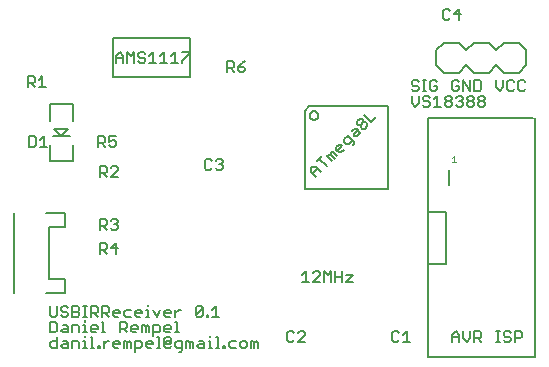
<source format=gto>
G75*
%MOIN*%
%OFA0B0*%
%FSLAX25Y25*%
%IPPOS*%
%LPD*%
%AMOC8*
5,1,8,0,0,1.08239X$1,22.5*
%
%ADD10C,0.00500*%
%ADD11C,0.00200*%
%ADD12C,0.00800*%
%ADD13C,0.00600*%
D10*
X0021750Y0009834D02*
X0021750Y0011001D01*
X0022334Y0011585D01*
X0024085Y0011585D01*
X0024085Y0012753D02*
X0024085Y0009250D01*
X0022334Y0009250D01*
X0021750Y0009834D01*
X0025433Y0009834D02*
X0026017Y0010418D01*
X0027768Y0010418D01*
X0027768Y0011001D02*
X0027768Y0009250D01*
X0026017Y0009250D01*
X0025433Y0009834D01*
X0027185Y0011585D02*
X0027768Y0011001D01*
X0027185Y0011585D02*
X0026017Y0011585D01*
X0029116Y0011585D02*
X0030868Y0011585D01*
X0031452Y0011001D01*
X0031452Y0009250D01*
X0032799Y0009250D02*
X0033967Y0009250D01*
X0033383Y0009250D02*
X0033383Y0011585D01*
X0032799Y0011585D01*
X0033383Y0012753D02*
X0033383Y0013337D01*
X0033383Y0014450D02*
X0033383Y0016785D01*
X0032799Y0016785D01*
X0033383Y0017953D02*
X0033383Y0018537D01*
X0033383Y0019650D02*
X0033383Y0023153D01*
X0032799Y0023153D02*
X0033967Y0023153D01*
X0035255Y0023153D02*
X0037006Y0023153D01*
X0037590Y0022569D01*
X0037590Y0021401D01*
X0037006Y0020818D01*
X0035255Y0020818D01*
X0036423Y0020818D02*
X0037590Y0019650D01*
X0038938Y0019650D02*
X0038938Y0023153D01*
X0040689Y0023153D01*
X0041273Y0022569D01*
X0041273Y0021401D01*
X0040689Y0020818D01*
X0038938Y0020818D01*
X0040106Y0020818D02*
X0041273Y0019650D01*
X0042621Y0020234D02*
X0042621Y0021401D01*
X0043205Y0021985D01*
X0044373Y0021985D01*
X0044956Y0021401D01*
X0044956Y0020818D01*
X0042621Y0020818D01*
X0042621Y0020234D02*
X0043205Y0019650D01*
X0044373Y0019650D01*
X0045077Y0017953D02*
X0046828Y0017953D01*
X0047412Y0017369D01*
X0047412Y0016201D01*
X0046828Y0015618D01*
X0045077Y0015618D01*
X0046244Y0015618D02*
X0047412Y0014450D01*
X0048760Y0015034D02*
X0048760Y0016201D01*
X0049344Y0016785D01*
X0050511Y0016785D01*
X0051095Y0016201D01*
X0051095Y0015618D01*
X0048760Y0015618D01*
X0048760Y0015034D02*
X0049344Y0014450D01*
X0050511Y0014450D01*
X0052443Y0014450D02*
X0052443Y0016785D01*
X0053027Y0016785D01*
X0053611Y0016201D01*
X0054194Y0016785D01*
X0054778Y0016201D01*
X0054778Y0014450D01*
X0053611Y0014450D02*
X0053611Y0016201D01*
X0056126Y0016785D02*
X0056126Y0013282D01*
X0056126Y0014450D02*
X0057877Y0014450D01*
X0058461Y0015034D01*
X0058461Y0016201D01*
X0057877Y0016785D01*
X0056126Y0016785D01*
X0057294Y0019650D02*
X0058461Y0021985D01*
X0059809Y0021401D02*
X0060393Y0021985D01*
X0061561Y0021985D01*
X0062144Y0021401D01*
X0062144Y0020818D01*
X0059809Y0020818D01*
X0059809Y0021401D02*
X0059809Y0020234D01*
X0060393Y0019650D01*
X0061561Y0019650D01*
X0063492Y0019650D02*
X0063492Y0021985D01*
X0063492Y0020818D02*
X0064660Y0021985D01*
X0065244Y0021985D01*
X0064076Y0017953D02*
X0063492Y0017953D01*
X0064076Y0017953D02*
X0064076Y0014450D01*
X0063492Y0014450D02*
X0064660Y0014450D01*
X0062144Y0015618D02*
X0059809Y0015618D01*
X0059809Y0016201D02*
X0060393Y0016785D01*
X0061561Y0016785D01*
X0062144Y0016201D01*
X0062144Y0015618D01*
X0061561Y0014450D02*
X0060393Y0014450D01*
X0059809Y0015034D01*
X0059809Y0016201D01*
X0060393Y0012753D02*
X0061561Y0012753D01*
X0062144Y0012169D01*
X0062144Y0011001D01*
X0061561Y0010418D01*
X0061561Y0011585D01*
X0060393Y0011585D01*
X0060393Y0010418D01*
X0061561Y0010418D01*
X0062144Y0009834D02*
X0061561Y0009250D01*
X0060393Y0009250D01*
X0059809Y0009834D01*
X0059809Y0012169D01*
X0060393Y0012753D01*
X0057938Y0012753D02*
X0057938Y0009250D01*
X0058521Y0009250D02*
X0057354Y0009250D01*
X0056006Y0010418D02*
X0053671Y0010418D01*
X0053671Y0011001D02*
X0054254Y0011585D01*
X0055422Y0011585D01*
X0056006Y0011001D01*
X0056006Y0010418D01*
X0055422Y0009250D02*
X0054254Y0009250D01*
X0053671Y0009834D01*
X0053671Y0011001D01*
X0052323Y0011001D02*
X0052323Y0009834D01*
X0051739Y0009250D01*
X0049987Y0009250D01*
X0049987Y0008082D02*
X0049987Y0011585D01*
X0051739Y0011585D01*
X0052323Y0011001D01*
X0048640Y0011001D02*
X0048640Y0009250D01*
X0047472Y0009250D02*
X0047472Y0011001D01*
X0048056Y0011585D01*
X0048640Y0011001D01*
X0047472Y0011001D02*
X0046888Y0011585D01*
X0046304Y0011585D01*
X0046304Y0009250D01*
X0044956Y0010418D02*
X0042621Y0010418D01*
X0042621Y0011001D02*
X0043205Y0011585D01*
X0044373Y0011585D01*
X0044956Y0011001D01*
X0044956Y0010418D01*
X0044373Y0009250D02*
X0043205Y0009250D01*
X0042621Y0009834D01*
X0042621Y0011001D01*
X0041303Y0011585D02*
X0040720Y0011585D01*
X0039552Y0010418D01*
X0039552Y0011585D02*
X0039552Y0009250D01*
X0038294Y0009250D02*
X0037710Y0009250D01*
X0037710Y0009834D01*
X0038294Y0009834D01*
X0038294Y0009250D01*
X0036423Y0009250D02*
X0035255Y0009250D01*
X0035839Y0009250D02*
X0035839Y0012753D01*
X0035255Y0012753D01*
X0035839Y0014450D02*
X0035255Y0015034D01*
X0035255Y0016201D01*
X0035839Y0016785D01*
X0037006Y0016785D01*
X0037590Y0016201D01*
X0037590Y0015618D01*
X0035255Y0015618D01*
X0035839Y0014450D02*
X0037006Y0014450D01*
X0038938Y0014450D02*
X0040106Y0014450D01*
X0039522Y0014450D02*
X0039522Y0017953D01*
X0038938Y0017953D01*
X0035255Y0019650D02*
X0035255Y0023153D01*
X0031452Y0022569D02*
X0031452Y0021985D01*
X0030868Y0021401D01*
X0029116Y0021401D01*
X0027768Y0020818D02*
X0027768Y0020234D01*
X0027185Y0019650D01*
X0026017Y0019650D01*
X0025433Y0020234D01*
X0026017Y0021401D02*
X0027185Y0021401D01*
X0027768Y0020818D01*
X0027768Y0022569D02*
X0027185Y0023153D01*
X0026017Y0023153D01*
X0025433Y0022569D01*
X0025433Y0021985D01*
X0026017Y0021401D01*
X0024085Y0020234D02*
X0024085Y0023153D01*
X0021750Y0023153D02*
X0021750Y0020234D01*
X0022334Y0019650D01*
X0023501Y0019650D01*
X0024085Y0020234D01*
X0023501Y0017953D02*
X0021750Y0017953D01*
X0021750Y0014450D01*
X0023501Y0014450D01*
X0024085Y0015034D01*
X0024085Y0017369D01*
X0023501Y0017953D01*
X0026017Y0016785D02*
X0027185Y0016785D01*
X0027768Y0016201D01*
X0027768Y0014450D01*
X0026017Y0014450D01*
X0025433Y0015034D01*
X0026017Y0015618D01*
X0027768Y0015618D01*
X0029116Y0016785D02*
X0029116Y0014450D01*
X0031452Y0014450D02*
X0031452Y0016201D01*
X0030868Y0016785D01*
X0029116Y0016785D01*
X0029116Y0019650D02*
X0030868Y0019650D01*
X0031452Y0020234D01*
X0031452Y0020818D01*
X0030868Y0021401D01*
X0031452Y0022569D02*
X0030868Y0023153D01*
X0029116Y0023153D01*
X0029116Y0019650D01*
X0032799Y0019650D02*
X0033967Y0019650D01*
X0033967Y0014450D02*
X0032799Y0014450D01*
X0029116Y0011585D02*
X0029116Y0009250D01*
X0045077Y0014450D02*
X0045077Y0017953D01*
X0046888Y0019650D02*
X0048640Y0019650D01*
X0049987Y0020234D02*
X0049987Y0021401D01*
X0050571Y0021985D01*
X0051739Y0021985D01*
X0052323Y0021401D01*
X0052323Y0020818D01*
X0049987Y0020818D01*
X0049987Y0020234D02*
X0050571Y0019650D01*
X0051739Y0019650D01*
X0053671Y0019650D02*
X0054838Y0019650D01*
X0054254Y0019650D02*
X0054254Y0021985D01*
X0053671Y0021985D01*
X0054254Y0023153D02*
X0054254Y0023737D01*
X0056126Y0021985D02*
X0057294Y0019650D01*
X0048640Y0021985D02*
X0046888Y0021985D01*
X0046304Y0021401D01*
X0046304Y0020234D01*
X0046888Y0019650D01*
X0057354Y0012753D02*
X0057938Y0012753D01*
X0063492Y0011001D02*
X0063492Y0009834D01*
X0064076Y0009250D01*
X0065828Y0009250D01*
X0065828Y0008666D02*
X0065244Y0008082D01*
X0064660Y0008082D01*
X0065828Y0008666D02*
X0065828Y0011585D01*
X0064076Y0011585D01*
X0063492Y0011001D01*
X0067175Y0011585D02*
X0067175Y0009250D01*
X0068343Y0009250D02*
X0068343Y0011001D01*
X0068927Y0011585D01*
X0069511Y0011001D01*
X0069511Y0009250D01*
X0070859Y0009834D02*
X0071442Y0010418D01*
X0073194Y0010418D01*
X0073194Y0011001D02*
X0073194Y0009250D01*
X0071442Y0009250D01*
X0070859Y0009834D01*
X0072610Y0011585D02*
X0073194Y0011001D01*
X0072610Y0011585D02*
X0071442Y0011585D01*
X0068343Y0011001D02*
X0067759Y0011585D01*
X0067175Y0011585D01*
X0074542Y0011585D02*
X0075126Y0011585D01*
X0075126Y0009250D01*
X0075709Y0009250D02*
X0074542Y0009250D01*
X0076997Y0009250D02*
X0078165Y0009250D01*
X0077581Y0009250D02*
X0077581Y0012753D01*
X0076997Y0012753D01*
X0075126Y0012753D02*
X0075126Y0013337D01*
X0079453Y0009834D02*
X0080036Y0009834D01*
X0080036Y0009250D01*
X0079453Y0009250D01*
X0079453Y0009834D01*
X0081294Y0009834D02*
X0081294Y0011001D01*
X0081878Y0011585D01*
X0083629Y0011585D01*
X0084977Y0011001D02*
X0084977Y0009834D01*
X0085561Y0009250D01*
X0086729Y0009250D01*
X0087313Y0009834D01*
X0087313Y0011001D01*
X0086729Y0011585D01*
X0085561Y0011585D01*
X0084977Y0011001D01*
X0083629Y0009250D02*
X0081878Y0009250D01*
X0081294Y0009834D01*
X0088660Y0009250D02*
X0088660Y0011585D01*
X0089244Y0011585D01*
X0089828Y0011001D01*
X0090412Y0011585D01*
X0090996Y0011001D01*
X0090996Y0009250D01*
X0089828Y0009250D02*
X0089828Y0011001D01*
X0100750Y0011834D02*
X0101334Y0011250D01*
X0102501Y0011250D01*
X0103085Y0011834D01*
X0104433Y0011250D02*
X0106768Y0013585D01*
X0106768Y0014169D01*
X0106185Y0014753D01*
X0105017Y0014753D01*
X0104433Y0014169D01*
X0103085Y0014169D02*
X0102501Y0014753D01*
X0101334Y0014753D01*
X0100750Y0014169D01*
X0100750Y0011834D01*
X0104433Y0011250D02*
X0106768Y0011250D01*
X0078105Y0019650D02*
X0075769Y0019650D01*
X0076937Y0019650D02*
X0076937Y0023153D01*
X0075769Y0021985D01*
X0074512Y0020234D02*
X0074512Y0019650D01*
X0073928Y0019650D01*
X0073928Y0020234D01*
X0074512Y0020234D01*
X0072580Y0020234D02*
X0071996Y0019650D01*
X0070829Y0019650D01*
X0070245Y0020234D01*
X0072580Y0022569D01*
X0072580Y0020234D01*
X0070245Y0020234D02*
X0070245Y0022569D01*
X0070829Y0023153D01*
X0071996Y0023153D01*
X0072580Y0022569D01*
X0043685Y0040750D02*
X0043685Y0044253D01*
X0041933Y0042501D01*
X0044268Y0042501D01*
X0040585Y0042501D02*
X0040001Y0041918D01*
X0038250Y0041918D01*
X0039418Y0041918D02*
X0040585Y0040750D01*
X0038250Y0040750D02*
X0038250Y0044253D01*
X0040001Y0044253D01*
X0040585Y0043669D01*
X0040585Y0042501D01*
X0040585Y0048750D02*
X0039418Y0049918D01*
X0040001Y0049918D02*
X0038250Y0049918D01*
X0038250Y0048750D02*
X0038250Y0052253D01*
X0040001Y0052253D01*
X0040585Y0051669D01*
X0040585Y0050501D01*
X0040001Y0049918D01*
X0041933Y0049334D02*
X0042517Y0048750D01*
X0043685Y0048750D01*
X0044268Y0049334D01*
X0044268Y0049918D01*
X0043685Y0050501D01*
X0043101Y0050501D01*
X0043685Y0050501D02*
X0044268Y0051085D01*
X0044268Y0051669D01*
X0043685Y0052253D01*
X0042517Y0052253D01*
X0041933Y0051669D01*
X0041933Y0066250D02*
X0044268Y0068585D01*
X0044268Y0069169D01*
X0043685Y0069753D01*
X0042517Y0069753D01*
X0041933Y0069169D01*
X0040585Y0069169D02*
X0040585Y0068001D01*
X0040001Y0067418D01*
X0038250Y0067418D01*
X0039418Y0067418D02*
X0040585Y0066250D01*
X0041933Y0066250D02*
X0044268Y0066250D01*
X0040585Y0069169D02*
X0040001Y0069753D01*
X0038250Y0069753D01*
X0038250Y0066250D01*
X0037750Y0076250D02*
X0037750Y0079753D01*
X0039501Y0079753D01*
X0040085Y0079169D01*
X0040085Y0078001D01*
X0039501Y0077418D01*
X0037750Y0077418D01*
X0038918Y0077418D02*
X0040085Y0076250D01*
X0041433Y0076834D02*
X0042017Y0076250D01*
X0043185Y0076250D01*
X0043768Y0076834D01*
X0043768Y0078001D01*
X0043185Y0078585D01*
X0042601Y0078585D01*
X0041433Y0078001D01*
X0041433Y0079753D01*
X0043768Y0079753D01*
X0020768Y0076250D02*
X0018433Y0076250D01*
X0019601Y0076250D02*
X0019601Y0079753D01*
X0018433Y0078585D01*
X0017085Y0079169D02*
X0017085Y0076834D01*
X0016501Y0076250D01*
X0014750Y0076250D01*
X0014750Y0079753D01*
X0016501Y0079753D01*
X0017085Y0079169D01*
X0016585Y0096250D02*
X0015418Y0097418D01*
X0016001Y0097418D02*
X0014250Y0097418D01*
X0014250Y0096250D02*
X0014250Y0099753D01*
X0016001Y0099753D01*
X0016585Y0099169D01*
X0016585Y0098001D01*
X0016001Y0097418D01*
X0017933Y0098585D02*
X0019101Y0099753D01*
X0019101Y0096250D01*
X0020268Y0096250D02*
X0017933Y0096250D01*
X0043750Y0104250D02*
X0043750Y0106585D01*
X0044918Y0107753D01*
X0046085Y0106585D01*
X0046085Y0104250D01*
X0047433Y0104250D02*
X0047433Y0107753D01*
X0048601Y0106585D01*
X0049768Y0107753D01*
X0049768Y0104250D01*
X0051116Y0104834D02*
X0051700Y0104250D01*
X0052868Y0104250D01*
X0053452Y0104834D01*
X0053452Y0105418D01*
X0052868Y0106001D01*
X0051700Y0106001D01*
X0051116Y0106585D01*
X0051116Y0107169D01*
X0051700Y0107753D01*
X0052868Y0107753D01*
X0053452Y0107169D01*
X0054799Y0106585D02*
X0055967Y0107753D01*
X0055967Y0104250D01*
X0054799Y0104250D02*
X0057135Y0104250D01*
X0058483Y0104250D02*
X0060818Y0104250D01*
X0059650Y0104250D02*
X0059650Y0107753D01*
X0058483Y0106585D01*
X0062166Y0106585D02*
X0063333Y0107753D01*
X0063333Y0104250D01*
X0062166Y0104250D02*
X0064501Y0104250D01*
X0065849Y0104250D02*
X0065849Y0104834D01*
X0068184Y0107169D01*
X0068184Y0107753D01*
X0065849Y0107753D01*
X0080750Y0104753D02*
X0080750Y0101250D01*
X0080750Y0102418D02*
X0082501Y0102418D01*
X0083085Y0103001D01*
X0083085Y0104169D01*
X0082501Y0104753D01*
X0080750Y0104753D01*
X0081918Y0102418D02*
X0083085Y0101250D01*
X0084433Y0101834D02*
X0084433Y0103001D01*
X0086185Y0103001D01*
X0086768Y0102418D01*
X0086768Y0101834D01*
X0086185Y0101250D01*
X0085017Y0101250D01*
X0084433Y0101834D01*
X0084433Y0103001D02*
X0085601Y0104169D01*
X0086768Y0104753D01*
X0122283Y0081440D02*
X0123109Y0082265D01*
X0123935Y0082265D01*
X0125173Y0081027D01*
X0123935Y0079788D01*
X0123109Y0079788D01*
X0123109Y0080614D01*
X0124348Y0081852D01*
X0125301Y0082805D02*
X0125301Y0083631D01*
X0126126Y0084457D01*
X0126952Y0084457D01*
X0127365Y0084044D01*
X0127365Y0083218D01*
X0126539Y0082393D01*
X0125713Y0082393D01*
X0125301Y0082805D01*
X0125301Y0083631D02*
X0124475Y0083631D01*
X0124062Y0084044D01*
X0124062Y0084870D01*
X0124888Y0085695D01*
X0125713Y0085695D01*
X0126126Y0085282D01*
X0126126Y0084457D01*
X0126254Y0087061D02*
X0128731Y0084584D01*
X0130382Y0086235D01*
X0122982Y0078010D02*
X0120917Y0080074D01*
X0119679Y0078835D01*
X0119679Y0078009D01*
X0120505Y0077184D01*
X0121330Y0077184D01*
X0122569Y0078422D01*
X0122982Y0078010D02*
X0122982Y0077184D01*
X0122569Y0076771D01*
X0119552Y0075405D02*
X0118726Y0074579D01*
X0117900Y0074579D01*
X0117075Y0075405D01*
X0117075Y0076231D01*
X0117900Y0077056D01*
X0118726Y0077056D01*
X0119139Y0076644D01*
X0117487Y0074992D01*
X0116122Y0074452D02*
X0117360Y0073214D01*
X0116534Y0072388D02*
X0115296Y0073626D01*
X0115296Y0074452D01*
X0116122Y0074452D01*
X0115296Y0073626D02*
X0114470Y0073626D01*
X0114057Y0073214D01*
X0115709Y0071562D01*
X0113930Y0069784D02*
X0111453Y0072261D01*
X0112279Y0073086D02*
X0110627Y0071435D01*
X0110500Y0069656D02*
X0108849Y0069656D01*
X0108849Y0068005D01*
X0110500Y0066354D01*
X0109262Y0067592D02*
X0110913Y0069243D01*
X0110500Y0069656D02*
X0112151Y0068005D01*
X0079268Y0069334D02*
X0078685Y0068750D01*
X0077517Y0068750D01*
X0076933Y0069334D01*
X0075585Y0069334D02*
X0075001Y0068750D01*
X0073834Y0068750D01*
X0073250Y0069334D01*
X0073250Y0071669D01*
X0073834Y0072253D01*
X0075001Y0072253D01*
X0075585Y0071669D01*
X0076933Y0071669D02*
X0077517Y0072253D01*
X0078685Y0072253D01*
X0079268Y0071669D01*
X0079268Y0071085D01*
X0078685Y0070501D01*
X0079268Y0069918D01*
X0079268Y0069334D01*
X0078685Y0070501D02*
X0078101Y0070501D01*
X0046085Y0106001D02*
X0043750Y0106001D01*
X0142250Y0097869D02*
X0142250Y0097285D01*
X0142834Y0096701D01*
X0144001Y0096701D01*
X0144585Y0096118D01*
X0144585Y0095534D01*
X0144001Y0094950D01*
X0142834Y0094950D01*
X0142250Y0095534D01*
X0142250Y0093253D02*
X0142250Y0090918D01*
X0143418Y0089750D01*
X0144585Y0090918D01*
X0144585Y0093253D01*
X0145933Y0092669D02*
X0145933Y0092085D01*
X0146517Y0091501D01*
X0147685Y0091501D01*
X0148268Y0090918D01*
X0148268Y0090334D01*
X0147685Y0089750D01*
X0146517Y0089750D01*
X0145933Y0090334D01*
X0145933Y0092669D02*
X0146517Y0093253D01*
X0147685Y0093253D01*
X0148268Y0092669D01*
X0149616Y0092085D02*
X0150784Y0093253D01*
X0150784Y0089750D01*
X0149616Y0089750D02*
X0151952Y0089750D01*
X0153299Y0090334D02*
X0153299Y0090918D01*
X0153883Y0091501D01*
X0155051Y0091501D01*
X0155635Y0090918D01*
X0155635Y0090334D01*
X0155051Y0089750D01*
X0153883Y0089750D01*
X0153299Y0090334D01*
X0153883Y0091501D02*
X0153299Y0092085D01*
X0153299Y0092669D01*
X0153883Y0093253D01*
X0155051Y0093253D01*
X0155635Y0092669D01*
X0155635Y0092085D01*
X0155051Y0091501D01*
X0156983Y0090334D02*
X0157566Y0089750D01*
X0158734Y0089750D01*
X0159318Y0090334D01*
X0159318Y0090918D01*
X0158734Y0091501D01*
X0158150Y0091501D01*
X0158734Y0091501D02*
X0159318Y0092085D01*
X0159318Y0092669D01*
X0158734Y0093253D01*
X0157566Y0093253D01*
X0156983Y0092669D01*
X0157506Y0094950D02*
X0156339Y0094950D01*
X0155755Y0095534D01*
X0155755Y0097869D01*
X0156339Y0098453D01*
X0157506Y0098453D01*
X0158090Y0097869D01*
X0158090Y0096701D02*
X0156923Y0096701D01*
X0158090Y0096701D02*
X0158090Y0095534D01*
X0157506Y0094950D01*
X0159438Y0094950D02*
X0159438Y0098453D01*
X0161773Y0094950D01*
X0161773Y0098453D01*
X0163121Y0098453D02*
X0164873Y0098453D01*
X0165456Y0097869D01*
X0165456Y0095534D01*
X0164873Y0094950D01*
X0163121Y0094950D01*
X0163121Y0098453D01*
X0170487Y0098453D02*
X0170487Y0096118D01*
X0171655Y0094950D01*
X0172823Y0096118D01*
X0172823Y0098453D01*
X0174171Y0097869D02*
X0174171Y0095534D01*
X0174754Y0094950D01*
X0175922Y0094950D01*
X0176506Y0095534D01*
X0177854Y0095534D02*
X0178438Y0094950D01*
X0179605Y0094950D01*
X0180189Y0095534D01*
X0177854Y0095534D02*
X0177854Y0097869D01*
X0178438Y0098453D01*
X0179605Y0098453D01*
X0180189Y0097869D01*
X0176506Y0097869D02*
X0175922Y0098453D01*
X0174754Y0098453D01*
X0174171Y0097869D01*
X0166684Y0092669D02*
X0166684Y0092085D01*
X0166100Y0091501D01*
X0164933Y0091501D01*
X0164349Y0092085D01*
X0164349Y0092669D01*
X0164933Y0093253D01*
X0166100Y0093253D01*
X0166684Y0092669D01*
X0166100Y0091501D02*
X0166684Y0090918D01*
X0166684Y0090334D01*
X0166100Y0089750D01*
X0164933Y0089750D01*
X0164349Y0090334D01*
X0164349Y0090918D01*
X0164933Y0091501D01*
X0163001Y0090918D02*
X0163001Y0090334D01*
X0162417Y0089750D01*
X0161250Y0089750D01*
X0160666Y0090334D01*
X0160666Y0090918D01*
X0161250Y0091501D01*
X0162417Y0091501D01*
X0163001Y0090918D01*
X0162417Y0091501D02*
X0163001Y0092085D01*
X0163001Y0092669D01*
X0162417Y0093253D01*
X0161250Y0093253D01*
X0160666Y0092669D01*
X0160666Y0092085D01*
X0161250Y0091501D01*
X0150724Y0095534D02*
X0150724Y0096701D01*
X0149556Y0096701D01*
X0148389Y0095534D02*
X0148972Y0094950D01*
X0150140Y0094950D01*
X0150724Y0095534D01*
X0148389Y0095534D02*
X0148389Y0097869D01*
X0148972Y0098453D01*
X0150140Y0098453D01*
X0150724Y0097869D01*
X0147101Y0098453D02*
X0145933Y0098453D01*
X0146517Y0098453D02*
X0146517Y0094950D01*
X0145933Y0094950D02*
X0147101Y0094950D01*
X0144585Y0097869D02*
X0144001Y0098453D01*
X0142834Y0098453D01*
X0142250Y0097869D01*
X0153334Y0118750D02*
X0154501Y0118750D01*
X0155085Y0119334D01*
X0156433Y0120501D02*
X0158768Y0120501D01*
X0158185Y0118750D02*
X0158185Y0122253D01*
X0156433Y0120501D01*
X0155085Y0121669D02*
X0154501Y0122253D01*
X0153334Y0122253D01*
X0152750Y0121669D01*
X0152750Y0119334D01*
X0153334Y0118750D01*
X0119135Y0034753D02*
X0119135Y0031250D01*
X0120483Y0031250D02*
X0122818Y0031250D01*
X0122818Y0033585D02*
X0120483Y0031250D01*
X0119135Y0033001D02*
X0116799Y0033001D01*
X0116799Y0031250D02*
X0116799Y0034753D01*
X0115452Y0034753D02*
X0115452Y0031250D01*
X0113116Y0031250D02*
X0113116Y0034753D01*
X0114284Y0033585D01*
X0115452Y0034753D01*
X0111768Y0034169D02*
X0111185Y0034753D01*
X0110017Y0034753D01*
X0109433Y0034169D01*
X0111768Y0034169D02*
X0111768Y0033585D01*
X0109433Y0031250D01*
X0111768Y0031250D01*
X0108085Y0031250D02*
X0105750Y0031250D01*
X0106918Y0031250D02*
X0106918Y0034753D01*
X0105750Y0033585D01*
X0120483Y0033585D02*
X0122818Y0033585D01*
X0136334Y0014753D02*
X0135750Y0014169D01*
X0135750Y0011834D01*
X0136334Y0011250D01*
X0137501Y0011250D01*
X0138085Y0011834D01*
X0139433Y0011250D02*
X0141768Y0011250D01*
X0140601Y0011250D02*
X0140601Y0014753D01*
X0139433Y0013585D01*
X0138085Y0014169D02*
X0137501Y0014753D01*
X0136334Y0014753D01*
X0155750Y0013585D02*
X0155750Y0011250D01*
X0158085Y0011250D02*
X0158085Y0013585D01*
X0156918Y0014753D01*
X0155750Y0013585D01*
X0155750Y0013001D02*
X0158085Y0013001D01*
X0159433Y0012418D02*
X0160601Y0011250D01*
X0161768Y0012418D01*
X0161768Y0014753D01*
X0163116Y0014753D02*
X0164868Y0014753D01*
X0165452Y0014169D01*
X0165452Y0013001D01*
X0164868Y0012418D01*
X0163116Y0012418D01*
X0164284Y0012418D02*
X0165452Y0011250D01*
X0163116Y0011250D02*
X0163116Y0014753D01*
X0159433Y0014753D02*
X0159433Y0012418D01*
X0170483Y0011250D02*
X0171650Y0011250D01*
X0171066Y0011250D02*
X0171066Y0014753D01*
X0170483Y0014753D02*
X0171650Y0014753D01*
X0172938Y0014169D02*
X0172938Y0013585D01*
X0173522Y0013001D01*
X0174689Y0013001D01*
X0175273Y0012418D01*
X0175273Y0011834D01*
X0174689Y0011250D01*
X0173522Y0011250D01*
X0172938Y0011834D01*
X0172938Y0014169D02*
X0173522Y0014753D01*
X0174689Y0014753D01*
X0175273Y0014169D01*
X0176621Y0014753D02*
X0178373Y0014753D01*
X0178956Y0014169D01*
X0178956Y0013001D01*
X0178373Y0012418D01*
X0176621Y0012418D01*
X0176621Y0011250D02*
X0176621Y0014753D01*
D11*
X0157068Y0071100D02*
X0155600Y0071100D01*
X0156334Y0071100D02*
X0156334Y0073302D01*
X0155600Y0072568D01*
D12*
X0154575Y0068500D02*
X0154575Y0063500D01*
X0153689Y0054661D02*
X0147783Y0054661D01*
X0147783Y0085764D01*
X0182823Y0085764D01*
X0183217Y0085764D02*
X0183217Y0006236D01*
X0147783Y0006236D01*
X0147783Y0037339D01*
X0153689Y0037339D01*
X0153689Y0054661D01*
X0147783Y0054661D02*
X0147783Y0037339D01*
X0068400Y0099500D02*
X0042600Y0099500D01*
X0042600Y0112500D01*
X0068400Y0112500D01*
X0068400Y0099500D01*
X0029437Y0090449D02*
X0029437Y0084937D01*
X0027862Y0082181D02*
X0023138Y0082181D01*
X0025500Y0079819D01*
X0027862Y0082181D01*
X0028256Y0079819D02*
X0025500Y0079819D01*
X0022744Y0079819D01*
X0021563Y0077063D02*
X0021563Y0071551D01*
X0029437Y0071551D01*
X0029437Y0077063D01*
X0021563Y0084937D02*
X0021563Y0090449D01*
X0029437Y0090449D01*
X0026720Y0054386D02*
X0020421Y0054386D01*
X0026720Y0054386D02*
X0026720Y0049661D01*
X0021209Y0049661D01*
X0021209Y0032339D01*
X0026720Y0032339D01*
X0026720Y0027614D01*
X0020421Y0027614D01*
X0009791Y0027614D02*
X0009791Y0054386D01*
X0150500Y0103500D02*
X0153000Y0101000D01*
X0158000Y0101000D01*
X0160500Y0103500D01*
X0163000Y0101000D01*
X0168000Y0101000D01*
X0170500Y0103500D01*
X0173000Y0101000D01*
X0178000Y0101000D01*
X0180500Y0103500D01*
X0180500Y0108500D01*
X0178000Y0111000D01*
X0173000Y0111000D01*
X0170500Y0108500D01*
X0168000Y0111000D01*
X0163000Y0111000D01*
X0160500Y0108500D01*
X0158000Y0111000D01*
X0153000Y0111000D01*
X0150500Y0108500D01*
X0150500Y0103500D01*
D13*
X0134299Y0089799D02*
X0108098Y0089799D01*
X0106701Y0088402D01*
X0106701Y0062201D01*
X0134299Y0062201D01*
X0134299Y0089799D01*
X0108286Y0086800D02*
X0108288Y0086875D01*
X0108294Y0086949D01*
X0108304Y0087023D01*
X0108317Y0087096D01*
X0108335Y0087169D01*
X0108356Y0087240D01*
X0108381Y0087311D01*
X0108410Y0087380D01*
X0108443Y0087447D01*
X0108479Y0087512D01*
X0108518Y0087576D01*
X0108560Y0087637D01*
X0108606Y0087696D01*
X0108655Y0087753D01*
X0108707Y0087806D01*
X0108761Y0087857D01*
X0108818Y0087906D01*
X0108878Y0087950D01*
X0108940Y0087992D01*
X0109004Y0088031D01*
X0109070Y0088066D01*
X0109137Y0088097D01*
X0109207Y0088125D01*
X0109277Y0088149D01*
X0109349Y0088170D01*
X0109422Y0088186D01*
X0109495Y0088199D01*
X0109570Y0088208D01*
X0109644Y0088213D01*
X0109719Y0088214D01*
X0109793Y0088211D01*
X0109868Y0088204D01*
X0109941Y0088193D01*
X0110015Y0088179D01*
X0110087Y0088160D01*
X0110158Y0088138D01*
X0110228Y0088112D01*
X0110297Y0088082D01*
X0110363Y0088049D01*
X0110428Y0088012D01*
X0110491Y0087972D01*
X0110552Y0087928D01*
X0110610Y0087882D01*
X0110666Y0087832D01*
X0110719Y0087780D01*
X0110770Y0087725D01*
X0110817Y0087667D01*
X0110861Y0087607D01*
X0110902Y0087544D01*
X0110940Y0087480D01*
X0110974Y0087414D01*
X0111005Y0087345D01*
X0111032Y0087276D01*
X0111055Y0087205D01*
X0111074Y0087133D01*
X0111090Y0087060D01*
X0111102Y0086986D01*
X0111110Y0086912D01*
X0111114Y0086837D01*
X0111114Y0086763D01*
X0111110Y0086688D01*
X0111102Y0086614D01*
X0111090Y0086540D01*
X0111074Y0086467D01*
X0111055Y0086395D01*
X0111032Y0086324D01*
X0111005Y0086255D01*
X0110974Y0086186D01*
X0110940Y0086120D01*
X0110902Y0086056D01*
X0110861Y0085993D01*
X0110817Y0085933D01*
X0110770Y0085875D01*
X0110719Y0085820D01*
X0110666Y0085768D01*
X0110610Y0085718D01*
X0110552Y0085672D01*
X0110491Y0085628D01*
X0110428Y0085588D01*
X0110363Y0085551D01*
X0110297Y0085518D01*
X0110228Y0085488D01*
X0110158Y0085462D01*
X0110087Y0085440D01*
X0110015Y0085421D01*
X0109941Y0085407D01*
X0109868Y0085396D01*
X0109793Y0085389D01*
X0109719Y0085386D01*
X0109644Y0085387D01*
X0109570Y0085392D01*
X0109495Y0085401D01*
X0109422Y0085414D01*
X0109349Y0085430D01*
X0109277Y0085451D01*
X0109207Y0085475D01*
X0109137Y0085503D01*
X0109070Y0085534D01*
X0109004Y0085569D01*
X0108940Y0085608D01*
X0108878Y0085650D01*
X0108818Y0085694D01*
X0108761Y0085743D01*
X0108707Y0085794D01*
X0108655Y0085847D01*
X0108606Y0085904D01*
X0108560Y0085963D01*
X0108518Y0086024D01*
X0108479Y0086088D01*
X0108443Y0086153D01*
X0108410Y0086220D01*
X0108381Y0086289D01*
X0108356Y0086360D01*
X0108335Y0086431D01*
X0108317Y0086504D01*
X0108304Y0086577D01*
X0108294Y0086651D01*
X0108288Y0086725D01*
X0108286Y0086800D01*
M02*

</source>
